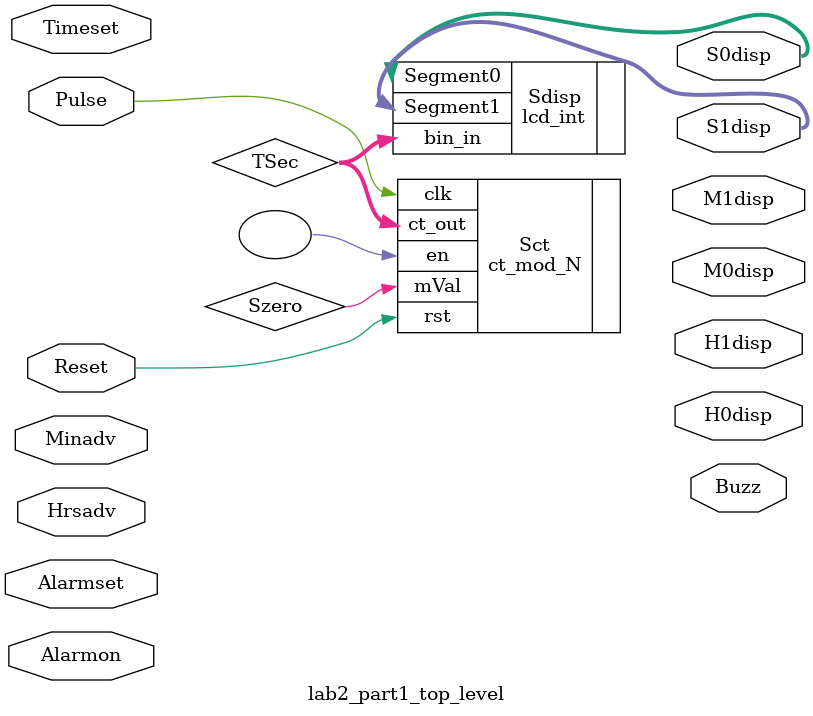
<source format=sv>
module lab2_part1_top_level(
  input Reset,
        Timeset, 	  // manual buttons
        Alarmset,	  //	(five total)
		Minadv,
		Hrsadv,
		Alarmon,
		Pulse,		  // assume 1/sec.
// 6 decimal digit display (7 segment)
  output [6:0] S1disp, S0disp, 	   // 2-digit seconds display
               M1disp, M0disp, 
               H1disp, H0disp,
  output logic Buzz);	           // alarm sounds
  logic[6:0] TSec, TMin, THrs,     // clock/time 
             AMin, AHrs;		   // alarm setting
  logic[6:0] Min, Hrs;
  logic Szero, Mzero, Hzero, 	   // "carry out" from sec -> min, min -> hrs, hrs -> days
        TMen, THen, AMen, AHen; 
  logic Buzz1;	                   // intermediate Buzz signal

// be sure to set parameters on ct_mod_N modules
// seconds counter runs continuously, but stalls when Timeset is on 
  ct_mod_N #(.N()) Sct(
    .clk(Pulse), .rst(Reset), .en(), .ct_out(TSec), .mVal(Szero)
    );


// minutes counter -- runs at either 1/sec or 1/60sec
  ct_mod_N #(.N()) Mct(
    .clk(), .rst(), .en(TMen), .ct_out(TMin), .mVal(Mzero)
    );


// hours counter -- runs at either 1/sec or 1/60min
  ct_mod_N #(.N()) Hct(
	.clk(), .rst(), .en(), .ct_out(), .mVal()
    );


// alarm set registers -- either hold or advance 1/sec
  ct_mod_N #(.N()) Mreg(
    .clk(), .rst(), .en(AMen), .ct_out(AMin), .mVal()
    ); 


  ct_mod_N #(.N()) Hreg(
    .clk(), .rst(), .en(), .ct_out(), .mVal()
    ); 

// display drivers (2 digits each, 6 digits total)
  lcd_int Sdisp(
    .bin_in (TSec)  ,
	.Segment1  (S1disp),
	.Segment0  (S0disp)
	);


  lcd_int Mdisp(
    .bin_in (Min) ,
	.Segment1  (),
	.Segment0  ()
	);


  lcd_int Hdisp(
    .bin_in (Hrs),
	.Segment1  (),
	.Segment0  ()
	);


// buzz off :)	  make the connections
  alarm a1(
    .tmin(), .amin(), .thrs(), .ahrs(), .buzz()
	);

endmodule

</source>
